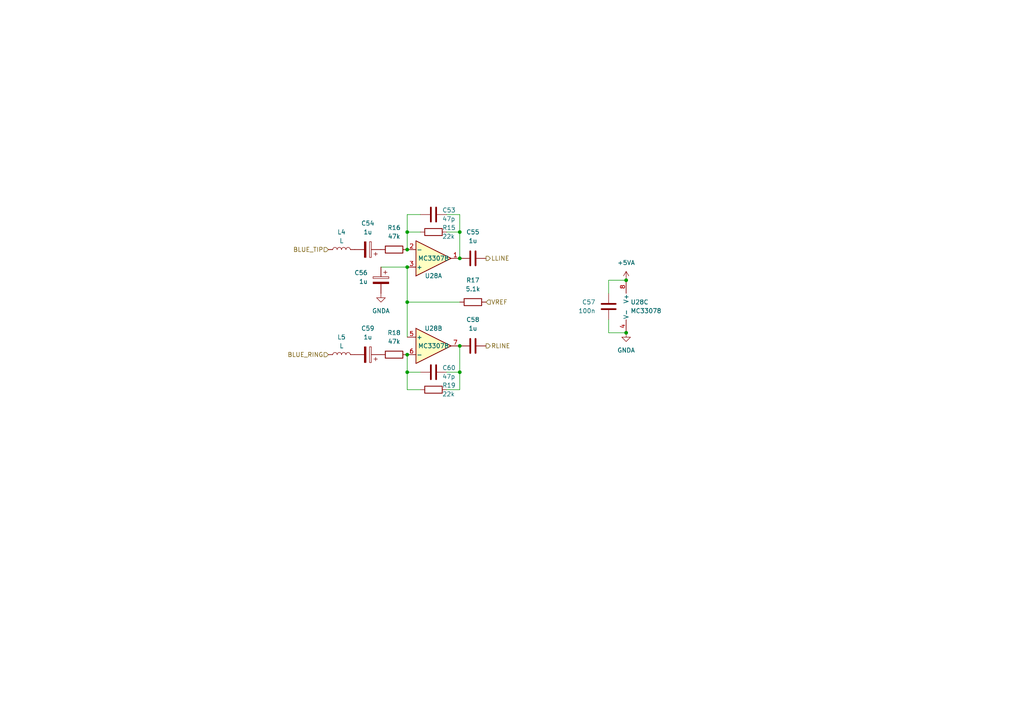
<source format=kicad_sch>
(kicad_sch (version 20231120) (generator "eeschema") (generator_version "8.0")
  (paper "A4")
  (lib_symbols
    (symbol "Amplifier_Operational:MC33078" (pin_names (offset 0.127))
      (property "Reference" "U" (at 0 5.08 0))
      (property "Value" "MC33078" (at 0 -5.08 0))
      (symbol "MC33078_1_1"
        (polyline (pts (xy -5.08 5.08) (xy 5.08 0) (xy -5.08 -5.08) (xy -5.08 5.08)) (stroke (width 0.254)) (fill (type background)))
        (pin output line (at 7.62 0 180) (length 2.54) (name "~") (number "1"))
        (pin input line (at -7.62 -2.54 0) (length 2.54) (name "-") (number "2"))
        (pin input line (at -7.62 2.54 0) (length 2.54) (name "+") (number "3"))
      )
      (symbol "MC33078_2_1"
        (polyline (pts (xy -5.08 5.08) (xy 5.08 0) (xy -5.08 -5.08) (xy -5.08 5.08)) (stroke (width 0.254)) (fill (type background)))
        (pin input line (at -7.62 2.54 0) (length 2.54) (name "+") (number "5"))
        (pin input line (at -7.62 -2.54 0) (length 2.54) (name "-") (number "6"))
        (pin output line (at 7.62 0 180) (length 2.54) (name "~") (number "7"))
      )
      (symbol "MC33078_3_1"
        (pin power_in line (at -2.54 -7.62 90) (length 3.81) (name "V-") (number "4"))
        (pin power_in line (at -2.54 7.62 270) (length 3.81) (name "V+") (number "8"))
      )
    )
    (symbol "Device:C" (pin_numbers hide) (pin_names (offset 0.254))
      (property "Reference" "C" (at 0.635 2.54 0))
      (property "Value" "C" (at 0.635 -2.54 0))
      (symbol "C_0_1"
        (polyline (pts (xy -2.032 -0.762) (xy 2.032 -0.762)) (stroke (width 0.508)))
        (polyline (pts (xy -2.032 0.762) (xy 2.032 0.762)) (stroke (width 0.508)))
      )
      (symbol "C_1_1"
        (pin passive line (at 0 3.81 270) (length 2.794) (name "~") (number "1"))
        (pin passive line (at 0 -3.81 90) (length 2.794) (name "~") (number "2"))
      )
    )
    (symbol "Device:C_Polarized" (pin_numbers hide) (pin_names (offset 0.254))
      (property "Reference" "C" (at 0.635 2.54 0))
      (property "Value" "C_Polarized" (at 0.635 -2.54 0))
      (symbol "C_Polarized_0_1"
        (rectangle (start -2.286 0.508) (end 2.286 1.016))
        (polyline (pts (xy -1.778 2.286) (xy -0.762 2.286)))
        (polyline (pts (xy -1.27 2.794) (xy -1.27 1.778)))
        (rectangle (start 2.286 -0.508) (end -2.286 -1.016) (fill (type outline)))
      )
      (symbol "C_Polarized_1_1"
        (pin passive line (at 0 3.81 270) (length 2.794) (name "~") (number "1"))
        (pin passive line (at 0 -3.81 90) (length 2.794) (name "~") (number "2"))
      )
    )
    (symbol "Device:L" (pin_numbers hide) (pin_names (offset 1.016) hide)
      (property "Reference" "L" (at -1.27 0 90))
      (property "Value" "L" (at 1.905 0 90))
      (symbol "L_0_1"
        (arc (start 0 -2.54) (mid 0.6323 -1.905) (end 0 -1.27))
        (arc (start 0 -1.27) (mid 0.6323 -0.635) (end 0 0))
        (arc (start 0 0) (mid 0.6323 0.635) (end 0 1.27))
        (arc (start 0 1.27) (mid 0.6323 1.905) (end 0 2.54))
      )
      (symbol "L_1_1"
        (pin passive line (at 0 3.81 270) (length 1.27) (name "1") (number "1"))
        (pin passive line (at 0 -3.81 90) (length 1.27) (name "2") (number "2"))
      )
    )
    (symbol "Device:R" (pin_numbers hide) (pin_names (offset 0))
      (property "Reference" "R" (at 2.032 0 90))
      (property "Value" "R" (at 0 0 90))
      (symbol "R_0_1"
        (rectangle (start -1.016 -2.54) (end 1.016 2.54) (stroke (width 0.254)))
      )
      (symbol "R_1_1"
        (pin passive line (at 0 3.81 270) (length 1.27) (name "~") (number "1"))
        (pin passive line (at 0 -3.81 90) (length 1.27) (name "~") (number "2"))
      )
    )
    (symbol "power:+5VA" (power) (pin_names (offset 0))
      (property "Value" "+5VA" (at 0 3.556 0))
      (symbol "+5VA_0_1"
        (polyline (pts (xy -0.762 1.27) (xy 0 2.54)))
        (polyline (pts (xy 0 0) (xy 0 2.54)))
        (polyline (pts (xy 0 2.54) (xy 0.762 1.27)))
      )
      (symbol "+5VA_1_1"
        (pin power_in line (at 0 0 90) (length 0) hide (name "+5VA") (number "1"))
      )
    )
    (symbol "power:GNDA" (power) (pin_names (offset 0))
      (property "Value" "GNDA" (at 0 -3.81 0))
      (symbol "GNDA_0_1"
        (polyline (pts (xy 0 0) (xy 0 -1.27) (xy 1.27 -1.27) (xy 0 -2.54) (xy -1.27 -1.27) (xy 0 -1.27)))
      )
      (symbol "GNDA_1_1"
        (pin power_in line (at 0 0 270) (length 0) hide (name "GNDA") (number "1"))
      )
    )
  )
  (junction (at 118.11 107.95))
  (junction (at 118.11 87.63))
  (junction (at 181.61 96.52))
  (junction (at 118.11 67.31))
  (junction (at 118.11 72.39))
  (junction (at 181.61 81.28))
  (junction (at 118.11 102.87))
  (junction (at 133.35 67.31))
  (junction (at 118.11 77.47))
  (junction (at 133.35 107.95))
  (junction (at 133.35 100.33))
  (junction (at 133.35 74.93))
  (wire (pts (xy 118.11 87.63) (xy 133.35 87.63)))
  (wire (pts (xy 118.11 107.95) (xy 118.11 113.03)))
  (wire (pts (xy 118.11 102.87) (xy 118.11 107.95)))
  (wire (pts (xy 176.53 92.71) (xy 176.53 96.52)))
  (wire (pts (xy 129.54 107.95) (xy 133.35 107.95)))
  (wire (pts (xy 129.54 113.03) (xy 133.35 113.03)))
  (wire (pts (xy 133.35 100.33) (xy 133.35 107.95)))
  (wire (pts (xy 133.35 67.31) (xy 133.35 74.93)))
  (wire (pts (xy 176.53 81.28) (xy 181.61 81.28)))
  (wire (pts (xy 118.11 67.31) (xy 118.11 72.39)))
  (wire (pts (xy 118.11 67.31) (xy 121.92 67.31)))
  (wire (pts (xy 176.53 96.52) (xy 181.61 96.52)))
  (wire (pts (xy 118.11 62.23) (xy 118.11 67.31)))
  (wire (pts (xy 129.54 67.31) (xy 133.35 67.31)))
  (wire (pts (xy 118.11 62.23) (xy 121.92 62.23)))
  (wire (pts (xy 118.11 77.47) (xy 118.11 87.63)))
  (wire (pts (xy 129.54 62.23) (xy 133.35 62.23)))
  (wire (pts (xy 176.53 81.28) (xy 176.53 85.09)))
  (wire (pts (xy 118.11 107.95) (xy 121.92 107.95)))
  (wire (pts (xy 110.49 77.47) (xy 118.11 77.47)))
  (wire (pts (xy 118.11 87.63) (xy 118.11 97.79)))
  (wire (pts (xy 133.35 107.95) (xy 133.35 113.03)))
  (wire (pts (xy 133.35 62.23) (xy 133.35 67.31)))
  (wire (pts (xy 118.11 113.03) (xy 121.92 113.03)))
  (hierarchical_label "VREF" (shape input) (at 140.97 87.63 0))
  (hierarchical_label "BLUE_TIP" (shape input) (at 95.25 72.39 180))
  (hierarchical_label "BLUE_RING" (shape input) (at 95.25 102.87 180))
  (hierarchical_label "LLINE" (shape output) (at 140.97 74.93 0))
  (hierarchical_label "RLINE" (shape output) (at 140.97 100.33 0))
  (symbol (lib_id "Device:R") (at 125.73 113.03 90) (unit 1)
    (property "Reference" "R19" (at 128.27 111.76 90) (effects (justify right)))
    (property "Value" "22k" (at 128.27 114.3 90) (effects (justify right)))
    (property "Footprint" "Resistor_THT:R_Axial_DIN0204_L3.6mm_D1.6mm_P7.62mm_Horizontal" (effects (hide yes)))
  )
  (symbol (lib_id "Device:L") (at 99.06 72.39 270) (mirror x) (unit 1)
    (property "Reference" "L4" (at 99.06 67.31 90))
    (property "Value" "L" (at 99.06 69.85 90))
    (property "Footprint" "Inductor_THT:L_Axial_L9.5mm_D4.0mm_P5.08mm_Vertical_Fastron_SMCC" (effects (hide yes)))
  )
  (symbol (lib_id "Device:C") (at 125.73 62.23 90) (unit 1)
    (property "Reference" "C53" (at 128.27 60.96 90) (effects (justify right)))
    (property "Value" "47p" (at 128.27 63.5 90) (effects (justify right)))
    (property "Footprint" "Capacitor_THT:C_Disc_D4.3mm_W1.9mm_P5.00mm" (effects (hide yes)))
  )
  (symbol (lib_id "Device:C_Polarized") (at 110.49 81.28 0) (mirror y) (unit 1)
    (property "Reference" "C56" (at 106.68 79.121 0) (effects (justify left)))
    (property "Value" "1u" (at 106.68 81.661 0) (effects (justify left)))
    (property "Footprint" "Capacitor_THT:CP_Radial_D5.0mm_P2.50mm" (effects (hide yes)))
  )
  (symbol (lib_id "power:GNDA") (at 181.61 96.52 0) (unit 1)
    (property "Reference" "#PWR0156" (effects (hide yes)))
    (property "Value" "GNDA" (at 181.61 101.6 0))
  )
  (symbol (lib_id "Device:L") (at 99.06 102.87 270) (mirror x) (unit 1)
    (property "Reference" "L5" (at 99.06 97.79 90))
    (property "Value" "L" (at 99.06 100.33 90))
    (property "Footprint" "Inductor_THT:L_Axial_L9.5mm_D4.0mm_P5.08mm_Vertical_Fastron_SMCC" (effects (hide yes)))
  )
  (symbol (lib_id "Device:R") (at 114.3 72.39 90) (unit 1)
    (property "Reference" "R16" (at 114.3 66.04 90))
    (property "Value" "47k" (at 114.3 68.58 90))
    (property "Footprint" "Resistor_THT:R_Axial_DIN0204_L3.6mm_D1.6mm_P7.62mm_Horizontal" (effects (hide yes)))
  )
  (symbol (lib_id "Amplifier_Operational:MC33078") (at 125.73 100.33 0) (unit 2)
    (property "Reference" "U28" (at 125.73 95.25 0))
    (property "Value" "MC33078" (at 125.73 100.33 0))
    (property "Footprint" "Package_DIP:DIP-8_W7.62mm_Socket" (effects (hide yes)))
    (property "Datasheet" "https://www.onsemi.com/pub/Collateral/MC33078-D.PDF" (effects (hide yes)))
  )
  (symbol (lib_id "Device:C") (at 137.16 100.33 270) (mirror x) (unit 1)
    (property "Reference" "C58" (at 137.16 92.71 90))
    (property "Value" "1u" (at 137.16 95.25 90))
    (property "Footprint" "Capacitor_THT:C_Disc_D4.3mm_W1.9mm_P5.00mm" (effects (hide yes)))
  )
  (symbol (lib_id "Amplifier_Operational:MC33078") (at 125.73 74.93 0) (mirror x) (unit 1)
    (property "Reference" "U28" (at 125.73 80.01 0))
    (property "Value" "MC33078" (at 125.73 74.93 0))
    (property "Footprint" "Package_DIP:DIP-8_W7.62mm_Socket" (effects (hide yes)))
    (property "Datasheet" "https://www.onsemi.com/pub/Collateral/MC33078-D.PDF" (effects (hide yes)))
  )
  (symbol (lib_id "Device:R") (at 114.3 102.87 90) (unit 1)
    (property "Reference" "R18" (at 114.3 96.52 90))
    (property "Value" "47k" (at 114.3 99.06 90))
    (property "Footprint" "Resistor_THT:R_Axial_DIN0204_L3.6mm_D1.6mm_P7.62mm_Horizontal" (effects (hide yes)))
  )
  (symbol (lib_id "Device:C_Polarized") (at 106.68 102.87 270) (mirror x) (unit 1)
    (property "Reference" "C59" (at 106.68 95.25 90))
    (property "Value" "1u" (at 106.68 97.79 90))
    (property "Footprint" "Capacitor_THT:CP_Radial_D5.0mm_P2.50mm" (effects (hide yes)))
  )
  (symbol (lib_id "Device:C") (at 137.16 74.93 270) (mirror x) (unit 1)
    (property "Reference" "C55" (at 137.16 67.31 90))
    (property "Value" "1u" (at 137.16 69.85 90))
    (property "Footprint" "Capacitor_THT:C_Disc_D4.3mm_W1.9mm_P5.00mm" (effects (hide yes)))
  )
  (symbol (lib_id "power:+5VA") (at 181.61 81.28 0) (unit 1)
    (property "Reference" "#PWR0154" (effects (hide yes)))
    (property "Value" "+5VA" (at 181.61 76.2 0))
  )
  (symbol (lib_id "Amplifier_Operational:MC33078") (at 184.15 88.9 0) (unit 3)
    (property "Reference" "U28" (at 182.88 87.63 0) (effects (justify left)))
    (property "Value" "MC33078" (at 182.88 90.17 0) (effects (justify left)))
    (property "Footprint" "Package_DIP:DIP-8_W7.62mm_Socket" (effects (hide yes)))
    (property "Datasheet" "https://www.onsemi.com/pub/Collateral/MC33078-D.PDF" (effects (hide yes)))
  )
  (symbol (lib_id "Device:C") (at 125.73 107.95 90) (unit 1)
    (property "Reference" "C60" (at 128.27 106.68 90) (effects (justify right)))
    (property "Value" "47p" (at 128.27 109.22 90) (effects (justify right)))
    (property "Footprint" "Capacitor_THT:C_Disc_D4.3mm_W1.9mm_P5.00mm" (effects (hide yes)))
  )
  (symbol (lib_id "Device:R") (at 137.16 87.63 90) (unit 1)
    (property "Reference" "R17" (at 137.16 81.28 90))
    (property "Value" "5.1k" (at 137.16 83.82 90))
    (property "Footprint" "Resistor_THT:R_Axial_DIN0204_L3.6mm_D1.6mm_P7.62mm_Horizontal" (effects (hide yes)))
  )
  (symbol (lib_id "Device:C_Polarized") (at 106.68 72.39 270) (mirror x) (unit 1)
    (property "Reference" "C54" (at 106.68 64.77 90))
    (property "Value" "1u" (at 106.68 67.31 90))
    (property "Footprint" "Capacitor_THT:CP_Radial_D5.0mm_P2.50mm" (effects (hide yes)))
  )
  (symbol (lib_id "Device:C") (at 176.53 88.9 0) (mirror y) (unit 1)
    (property "Reference" "C57" (at 172.72 87.63 0) (effects (justify left)))
    (property "Value" "100n" (at 172.72 90.17 0) (effects (justify left)))
    (property "Footprint" "Capacitor_THT:C_Disc_D4.3mm_W1.9mm_P5.00mm" (effects (hide yes)))
  )
  (symbol (lib_id "power:GNDA") (at 110.49 85.09 0) (unit 1)
    (property "Reference" "#PWR0155" (effects (hide yes)))
    (property "Value" "GNDA" (at 110.49 90.17 0))
  )
  (symbol (lib_id "Device:R") (at 125.73 67.31 90) (unit 1)
    (property "Reference" "R15" (at 128.27 66.04 90) (effects (justify right)))
    (property "Value" "22k" (at 128.27 68.58 90) (effects (justify right)))
    (property "Footprint" "Resistor_THT:R_Axial_DIN0204_L3.6mm_D1.6mm_P7.62mm_Horizontal" (effects (hide yes)))
  )
)
</source>
